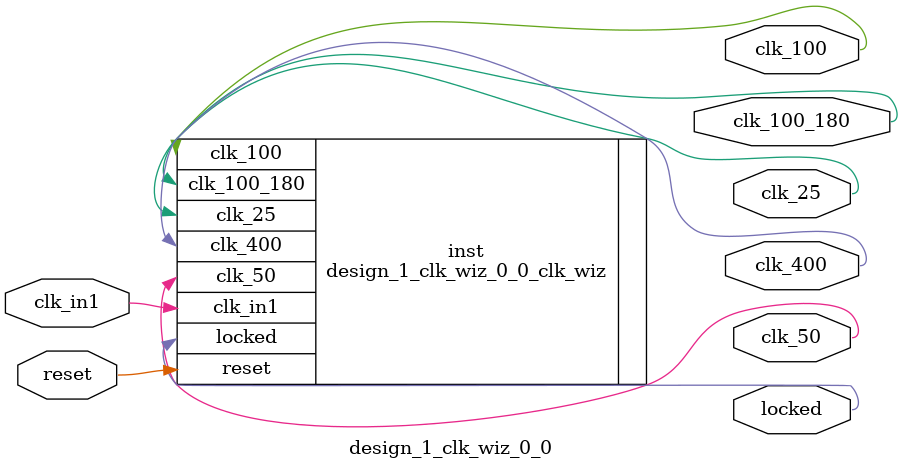
<source format=v>


`timescale 1ps/1ps

(* CORE_GENERATION_INFO = "design_1_clk_wiz_0_0,clk_wiz_v6_0_0_0,{component_name=design_1_clk_wiz_0_0,use_phase_alignment=true,use_min_o_jitter=false,use_max_i_jitter=false,use_dyn_phase_shift=false,use_inclk_switchover=false,use_dyn_reconfig=false,enable_axi=0,feedback_source=FDBK_AUTO,PRIMITIVE=MMCM,num_out_clk=5,clkin1_period=20.000,clkin2_period=10.0,use_power_down=false,use_reset=true,use_locked=true,use_inclk_stopped=false,feedback_type=SINGLE,CLOCK_MGR_TYPE=NA,manual_override=false}" *)

module design_1_clk_wiz_0_0 
 (
  // Clock out ports
  output        clk_25,
  output        clk_50,
  output        clk_100,
  output        clk_400,
  output        clk_100_180,
  // Status and control signals
  input         reset,
  output        locked,
 // Clock in ports
  input         clk_in1
 );

  design_1_clk_wiz_0_0_clk_wiz inst
  (
  // Clock out ports  
  .clk_25(clk_25),
  .clk_50(clk_50),
  .clk_100(clk_100),
  .clk_400(clk_400),
  .clk_100_180(clk_100_180),
  // Status and control signals               
  .reset(reset), 
  .locked(locked),
 // Clock in ports
  .clk_in1(clk_in1)
  );

endmodule

</source>
